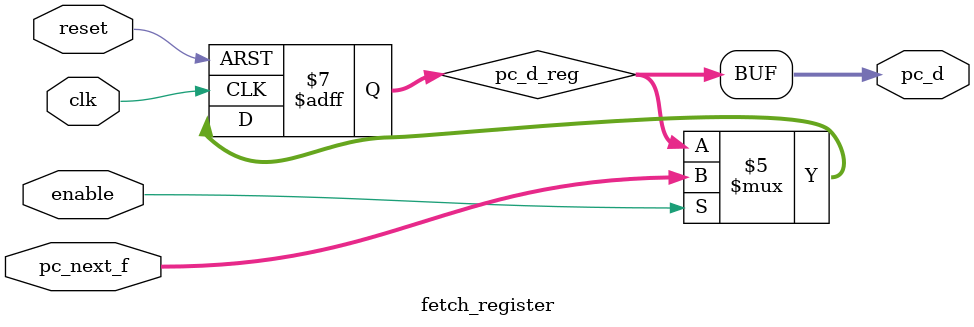
<source format=v>
/*
  fetch_register.v
*/

`default_nettype none

module fetch_register (
  input wire          clk,
  input wire          reset,
  input wire          enable,
  input wire  [31:0]  pc_next_f,
  output wire [31:0]  pc_d
  );

  // Declare local regs and wires
  reg [31:0] pc_d_reg;

  // Assign output;
  assign pc_d = pc_d_reg;

  always @ (posedge clk or posedge reset) begin
    if (reset == 1'b1) begin
      pc_d_reg <= 32'd0;
    end else begin
      if (enable == 1'b1) begin
        pc_d_reg <= pc_next_f;
      end else begin
        pc_d_reg <= pc_d_reg;
      end
    end
  end

endmodule // fetch_register

`default_nettype wire

</source>
